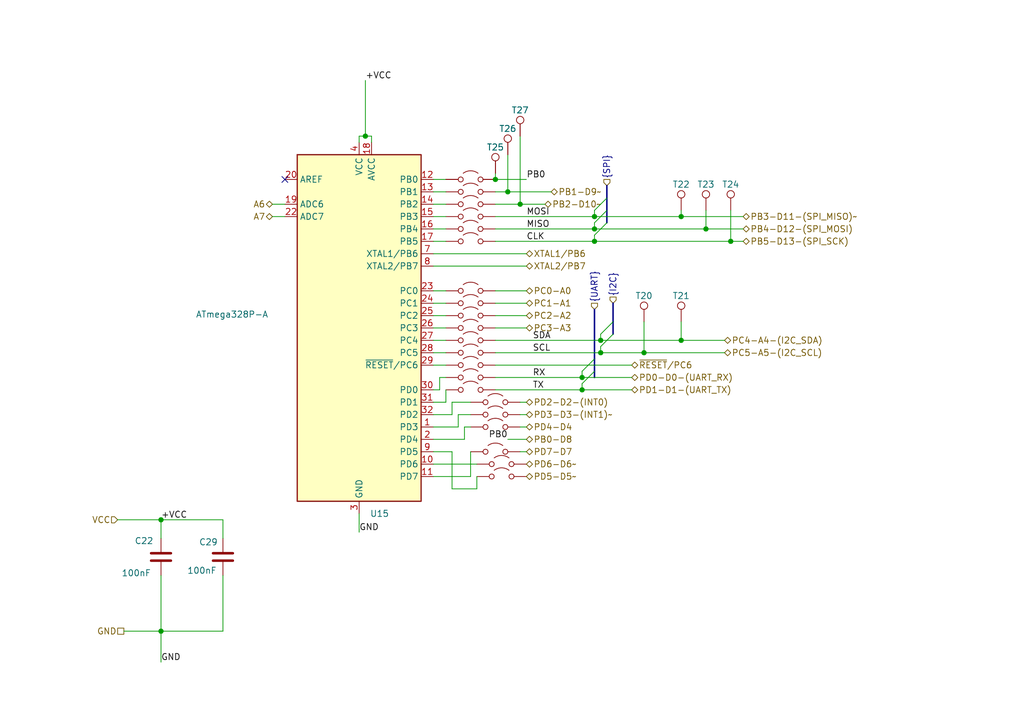
<source format=kicad_sch>
(kicad_sch (version 20231120) (generator "eeschema") (generator_version "8.0")
  (paper "A5")
  (title_block (title "MCU interfaces") (date "2024-04-17") (rev "1.0"))
  (lib_symbols
    (symbol "Connector:TestPoint" (pin_numbers hide) (pin_names (offset 0.762) hide)
      (property "Reference" "TP" (at 0 6.858 0))
      (property "Value" "TestPoint" (at 0 5.08 0))
      (symbol "TestPoint_0_1"
        (circle (center 0 3.302) (radius 0.762))
      )
      (symbol "TestPoint_1_1"
        (pin passive line (at 0 0 90) (length 2.54) (name "1") (number "1"))
      )
    )
    (symbol "Device:C" (pin_numbers hide) (pin_names (offset 0.254))
      (property "Reference" "C" (at 0.635 2.54 0))
      (property "Value" "C" (at 0.635 -2.54 0))
      (symbol "C_0_1"
        (polyline (pts (xy -2.032 -0.762) (xy 2.032 -0.762)) (stroke (width 0.508)))
        (polyline (pts (xy -2.032 0.762) (xy 2.032 0.762)) (stroke (width 0.508)))
      )
      (symbol "C_1_1"
        (pin passive line (at 0 3.81 270) (length 2.794) (name "~") (number "1"))
        (pin passive line (at 0 -3.81 90) (length 2.794) (name "~") (number "2"))
      )
    )
    (symbol "Jumper:Jumper_2_Open" (pin_numbers hide) (pin_names (offset 0) hide) (exclude_from_sim yes)
      (property "Reference" "JP" (at 0 2.794 0))
      (property "Value" "Jumper_2_Open" (at 0 -2.286 0))
      (symbol "Jumper_2_Open_0_0"
        (circle (center -2.032 0) (radius 0.508))
        (circle (center 2.032 0) (radius 0.508))
      )
      (symbol "Jumper_2_Open_0_1"
        (arc (start 1.524 1.27) (mid 0 1.778) (end -1.524 1.27))
      )
      (symbol "Jumper_2_Open_1_1"
        (pin passive line (at -5.08 0 0) (length 2.54) (name "A") (number "1"))
        (pin passive line (at 5.08 0 180) (length 2.54) (name "B") (number "2"))
      )
    )
    (symbol "MCU_Microchip_ATmega:ATmega328P-A"
      (property "Reference" "U" (at -12.7 36.83 0))
      (property "Value" "ATmega328P-A" (at 2.54 -36.83 0))
      (symbol "ATmega328P-A_0_1"
        (rectangle (start -12.7 -35.56) (end 12.7 35.56) (stroke (width 0.254)) (fill (type background)))
      )
      (symbol "ATmega328P-A_1_1"
        (pin bidirectional line (at 15.24 -20.32 180) (length 2.54) (name "PD3") (number "1"))
        (pin bidirectional line (at 15.24 -27.94 180) (length 2.54) (name "PD6") (number "10"))
        (pin bidirectional line (at 15.24 -30.48 180) (length 2.54) (name "PD7") (number "11"))
        (pin bidirectional line (at 15.24 30.48 180) (length 2.54) (name "PB0") (number "12"))
        (pin bidirectional line (at 15.24 27.94 180) (length 2.54) (name "PB1") (number "13"))
        (pin bidirectional line (at 15.24 25.4 180) (length 2.54) (name "PB2") (number "14"))
        (pin bidirectional line (at 15.24 22.86 180) (length 2.54) (name "PB3") (number "15"))
        (pin bidirectional line (at 15.24 20.32 180) (length 2.54) (name "PB4") (number "16"))
        (pin bidirectional line (at 15.24 17.78 180) (length 2.54) (name "PB5") (number "17"))
        (pin power_in line (at 2.54 38.1 270) (length 2.54) (name "AVCC") (number "18"))
        (pin input line (at -15.24 25.4 0) (length 2.54) (name "ADC6") (number "19"))
        (pin bidirectional line (at 15.24 -22.86 180) (length 2.54) (name "PD4") (number "2"))
        (pin passive line (at -15.24 30.48 0) (length 2.54) (name "AREF") (number "20"))
        (pin passive line (at 0 -38.1 90) (length 2.54) hide (name "GND") (number "21"))
        (pin input line (at -15.24 22.86 0) (length 2.54) (name "ADC7") (number "22"))
        (pin bidirectional line (at 15.24 7.62 180) (length 2.54) (name "PC0") (number "23"))
        (pin bidirectional line (at 15.24 5.08 180) (length 2.54) (name "PC1") (number "24"))
        (pin bidirectional line (at 15.24 2.54 180) (length 2.54) (name "PC2") (number "25"))
        (pin bidirectional line (at 15.24 0 180) (length 2.54) (name "PC3") (number "26"))
        (pin bidirectional line (at 15.24 -2.54 180) (length 2.54) (name "PC4") (number "27"))
        (pin bidirectional line (at 15.24 -5.08 180) (length 2.54) (name "PC5") (number "28"))
        (pin bidirectional line (at 15.24 -7.62 180) (length 2.54) (name "~{RESET}/PC6") (number "29"))
        (pin power_in line (at 0 -38.1 90) (length 2.54) (name "GND") (number "3"))
        (pin bidirectional line (at 15.24 -12.7 180) (length 2.54) (name "PD0") (number "30"))
        (pin bidirectional line (at 15.24 -15.24 180) (length 2.54) (name "PD1") (number "31"))
        (pin bidirectional line (at 15.24 -17.78 180) (length 2.54) (name "PD2") (number "32"))
        (pin power_in line (at 0 38.1 270) (length 2.54) (name "VCC") (number "4"))
        (pin passive line (at 0 -38.1 90) (length 2.54) hide (name "GND") (number "5"))
        (pin passive line (at 0 38.1 270) (length 2.54) hide (name "VCC") (number "6"))
        (pin bidirectional line (at 15.24 15.24 180) (length 2.54) (name "XTAL1/PB6") (number "7"))
        (pin bidirectional line (at 15.24 12.7 180) (length 2.54) (name "XTAL2/PB7") (number "8"))
        (pin bidirectional line (at 15.24 -25.4 180) (length 2.54) (name "PD5") (number "9"))
      )
    )
  )
  (junction (at 139.7 44.45))
  (junction (at 33.02 106.68))
  (junction (at 121.92 44.45))
  (junction (at 74.93 27.94))
  (junction (at 132.08 72.39))
  (junction (at 121.92 49.53))
  (junction (at 119.38 80.01))
  (junction (at 121.92 46.99))
  (junction (at 33.02 129.54))
  (junction (at 104.14 39.37))
  (junction (at 149.86 49.53))
  (junction (at 119.38 77.47))
  (junction (at 106.68 41.91))
  (junction (at 144.78 46.99))
  (junction (at 123.19 72.39))
  (junction (at 139.7 69.85))
  (junction (at 101.6 36.83))
  (junction (at 123.19 69.85))
  (no_connect (at 58.42 36.83))
  (bus_entry (at 121.92 45.72) (size 2.54 -2.54))
  (bus_entry (at 123.19 68.58) (size 2.54 -2.54))
  (bus_entry (at 121.92 48.26) (size 2.54 -2.54))
  (bus_entry (at 121.92 43.18) (size 2.54 -2.54))
  (bus_entry (at 123.19 71.12) (size 2.54 -2.54))
  (bus_entry (at 121.92 76.2) (size -2.54 2.54))
  (bus_entry (at 121.92 73.66) (size -2.54 2.54))
  (wire (pts (xy 106.68 92.71) (xy 107.95 92.71)))
  (wire (pts (xy 139.7 69.85) (xy 148.59 69.85)))
  (wire (pts (xy 88.9 44.45) (xy 91.44 44.45)))
  (wire (pts (xy 123.19 72.39) (xy 132.08 72.39)))
  (wire (pts (xy 88.9 59.69) (xy 91.44 59.69)))
  (wire (pts (xy 88.9 41.91) (xy 91.44 41.91)))
  (wire (pts (xy 139.7 66.04) (xy 139.7 69.85)))
  (wire (pts (xy 101.6 62.23) (xy 107.95 62.23)))
  (wire (pts (xy 104.14 90.17) (xy 107.95 90.17)))
  (wire (pts (xy 88.9 97.79) (xy 96.52 97.79)))
  (wire (pts (xy 25.4 129.54) (xy 33.02 129.54)))
  (wire (pts (xy 101.6 80.01) (xy 119.38 80.01)))
  (wire (pts (xy 92.71 92.71) (xy 92.71 100.33)))
  (wire (pts (xy 92.71 100.33) (xy 97.79 100.33)))
  (wire (pts (xy 76.2 27.94) (xy 76.2 29.21)))
  (wire (pts (xy 149.86 43.18) (xy 149.86 49.53)))
  (bus (pts (xy 125.73 66.04) (xy 125.73 68.58)))
  (wire (pts (xy 88.9 95.25) (xy 97.79 95.25)))
  (wire (pts (xy 88.9 54.61) (xy 107.95 54.61)))
  (wire (pts (xy 88.9 72.39) (xy 91.44 72.39)))
  (wire (pts (xy 55.88 41.91) (xy 58.42 41.91)))
  (wire (pts (xy 101.6 49.53) (xy 121.92 49.53)))
  (wire (pts (xy 97.79 97.79) (xy 97.79 100.33)))
  (wire (pts (xy 101.6 69.85) (xy 123.19 69.85)))
  (wire (pts (xy 101.6 74.93) (xy 129.54 74.93)))
  (wire (pts (xy 88.9 39.37) (xy 91.44 39.37)))
  (wire (pts (xy 45.72 106.68) (xy 33.02 106.68)))
  (wire (pts (xy 88.9 92.71) (xy 92.71 92.71)))
  (wire (pts (xy 73.66 27.94) (xy 74.93 27.94)))
  (wire (pts (xy 139.7 44.45) (xy 152.4 44.45)))
  (wire (pts (xy 104.14 39.37) (xy 113.03 39.37)))
  (wire (pts (xy 45.72 118.11) (xy 45.72 129.54)))
  (wire (pts (xy 106.68 41.91) (xy 111.76 41.91)))
  (wire (pts (xy 90.17 77.47) (xy 91.44 77.47)))
  (wire (pts (xy 93.98 85.09) (xy 96.52 85.09)))
  (wire (pts (xy 88.9 90.17) (xy 95.25 90.17)))
  (wire (pts (xy 88.9 46.99) (xy 91.44 46.99)))
  (wire (pts (xy 101.6 67.31) (xy 107.95 67.31)))
  (wire (pts (xy 95.25 90.17) (xy 95.25 87.63)))
  (wire (pts (xy 101.6 77.47) (xy 119.38 77.47)))
  (wire (pts (xy 88.9 85.09) (xy 92.71 85.09)))
  (wire (pts (xy 121.92 49.53) (xy 149.86 49.53)))
  (wire (pts (xy 101.6 44.45) (xy 121.92 44.45)))
  (wire (pts (xy 88.9 36.83) (xy 91.44 36.83)))
  (wire (pts (xy 119.38 78.74) (xy 119.38 80.01)))
  (wire (pts (xy 73.66 109.22) (xy 73.66 105.41)))
  (bus (pts (xy 121.92 63.5) (xy 121.92 73.66)))
  (wire (pts (xy 101.6 41.91) (xy 106.68 41.91)))
  (wire (pts (xy 33.02 129.54) (xy 33.02 135.89)))
  (wire (pts (xy 88.9 67.31) (xy 91.44 67.31)))
  (wire (pts (xy 96.52 97.79) (xy 96.52 92.71)))
  (wire (pts (xy 33.02 106.68) (xy 33.02 110.49)))
  (wire (pts (xy 33.02 118.11) (xy 33.02 129.54)))
  (wire (pts (xy 95.25 87.63) (xy 96.52 87.63)))
  (wire (pts (xy 119.38 80.01) (xy 129.54 80.01)))
  (wire (pts (xy 121.92 46.99) (xy 144.78 46.99)))
  (wire (pts (xy 88.9 74.93) (xy 91.44 74.93)))
  (bus (pts (xy 121.92 76.2) (xy 121.92 77.47)))
  (wire (pts (xy 101.6 35.56) (xy 101.6 36.83)))
  (wire (pts (xy 88.9 69.85) (xy 91.44 69.85)))
  (wire (pts (xy 88.9 64.77) (xy 91.44 64.77)))
  (wire (pts (xy 104.14 31.75) (xy 104.14 39.37)))
  (wire (pts (xy 121.92 44.45) (xy 139.7 44.45)))
  (wire (pts (xy 88.9 80.01) (xy 90.17 80.01)))
  (wire (pts (xy 74.93 27.94) (xy 76.2 27.94)))
  (wire (pts (xy 132.08 72.39) (xy 148.59 72.39)))
  (wire (pts (xy 106.68 27.94) (xy 106.68 41.91)))
  (wire (pts (xy 92.71 85.09) (xy 92.71 82.55)))
  (wire (pts (xy 55.88 44.45) (xy 58.42 44.45)))
  (wire (pts (xy 92.71 82.55) (xy 96.52 82.55)))
  (bus (pts (xy 124.46 40.64) (xy 124.46 43.18)))
  (wire (pts (xy 73.66 27.94) (xy 73.66 29.21)))
  (wire (pts (xy 90.17 80.01) (xy 90.17 77.47)))
  (bus (pts (xy 124.46 43.18) (xy 124.46 45.72)))
  (bus (pts (xy 125.73 62.23) (xy 125.73 66.04)))
  (wire (pts (xy 101.6 59.69) (xy 107.95 59.69)))
  (wire (pts (xy 123.19 69.85) (xy 139.7 69.85)))
  (wire (pts (xy 88.9 87.63) (xy 93.98 87.63)))
  (wire (pts (xy 144.78 46.99) (xy 152.4 46.99)))
  (wire (pts (xy 101.6 46.99) (xy 121.92 46.99)))
  (wire (pts (xy 93.98 87.63) (xy 93.98 85.09)))
  (wire (pts (xy 139.7 43.18) (xy 139.7 44.45)))
  (wire (pts (xy 121.92 45.72) (xy 121.92 46.99)))
  (wire (pts (xy 101.6 72.39) (xy 123.19 72.39)))
  (wire (pts (xy 121.92 43.18) (xy 121.92 44.45)))
  (wire (pts (xy 121.92 48.26) (xy 121.92 49.53)))
  (wire (pts (xy 144.78 43.18) (xy 144.78 46.99)))
  (wire (pts (xy 149.86 49.53) (xy 152.4 49.53)))
  (wire (pts (xy 106.68 82.55) (xy 107.95 82.55)))
  (wire (pts (xy 88.9 52.07) (xy 107.95 52.07)))
  (wire (pts (xy 74.93 16.51) (xy 74.93 27.94)))
  (bus (pts (xy 124.46 38.1) (xy 124.46 40.64)))
  (wire (pts (xy 88.9 62.23) (xy 91.44 62.23)))
  (bus (pts (xy 121.92 73.66) (xy 121.92 76.2)))
  (wire (pts (xy 101.6 64.77) (xy 107.95 64.77)))
  (wire (pts (xy 88.9 49.53) (xy 91.44 49.53)))
  (wire (pts (xy 45.72 129.54) (xy 33.02 129.54)))
  (wire (pts (xy 24.13 106.68) (xy 33.02 106.68)))
  (wire (pts (xy 101.6 39.37) (xy 104.14 39.37)))
  (wire (pts (xy 106.68 87.63) (xy 107.95 87.63)))
  (wire (pts (xy 91.44 82.55) (xy 91.44 80.01)))
  (wire (pts (xy 123.19 68.58) (xy 123.19 69.85)))
  (wire (pts (xy 132.08 66.04) (xy 132.08 72.39)))
  (wire (pts (xy 101.6 36.83) (xy 107.95 36.83)))
  (wire (pts (xy 123.19 71.12) (xy 123.19 72.39)))
  (wire (pts (xy 45.72 110.49) (xy 45.72 106.68)))
  (wire (pts (xy 119.38 77.47) (xy 129.54 77.47)))
  (wire (pts (xy 119.38 76.2) (xy 119.38 77.47)))
  (wire (pts (xy 106.68 85.09) (xy 107.95 85.09)))
  (wire (pts (xy 88.9 82.55) (xy 91.44 82.55)))
  (label "SCL" (at 109.22 72.39 0))
  (label "PB0" (at 104.14 90.17 180))
  (label "RX" (at 109.22 77.47 0))
  (label "MISO" (at 107.95 46.99 0))
  (label "GND" (at 33.02 135.89 0))
  (label "MOSI" (at 107.95 44.45 0))
  (label "CLK" (at 107.95 49.53 0))
  (label "SDA" (at 109.22 69.85 0))
  (label "+VCC" (at 74.93 16.51 0))
  (label "PB0" (at 107.95 36.83 0))
  (label "TX" (at 109.22 80.01 0))
  (label "+VCC" (at 33.02 106.68 0))
  (label "GND" (at 73.66 109.22 0))
  (hierarchical_label "PB0-D8" (shape bidirectional) (at 107.95 90.17 0))
  (hierarchical_label "GND" (shape passive) (at 25.4 129.54 180))
  (hierarchical_label "PC4-A4-(I2C_SDA)" (shape bidirectional) (at 148.59 69.85 0))
  (hierarchical_label "PC1-A1" (shape bidirectional) (at 107.95 62.23 0))
  (hierarchical_label "PB1-D9~" (shape bidirectional) (at 113.03 39.37 0))
  (hierarchical_label "PD5-D5~" (shape bidirectional) (at 107.95 97.79 0))
  (hierarchical_label "PC2-A2" (shape bidirectional) (at 107.95 64.77 0))
  (hierarchical_label "PD0-D0-(UART_RX)" (shape bidirectional) (at 129.54 77.47 0))
  (hierarchical_label "{SPI}" (shape input) (at 124.46 38.1 90))
  (hierarchical_label "PC5-A5-(I2C_SCL)" (shape bidirectional) (at 148.59 72.39 0))
  (hierarchical_label "PB4-D12-(SPI_MOSI)" (shape bidirectional) (at 152.4 46.99 0))
  (hierarchical_label "PC3-A3" (shape bidirectional) (at 107.95 67.31 0))
  (hierarchical_label "XTAL1/PB6" (shape bidirectional) (at 107.95 52.07 0))
  (hierarchical_label "PB2-D10~" (shape bidirectional) (at 111.76 41.91 0))
  (hierarchical_label "A7" (shape bidirectional) (at 55.88 44.45 180))
  (hierarchical_label "PB5-D13-(SPI_SCK)" (shape bidirectional) (at 152.4 49.53 0))
  (hierarchical_label "PD6-D6~" (shape bidirectional) (at 107.95 95.25 0))
  (hierarchical_label "A6" (shape bidirectional) (at 55.88 41.91 180))
  (hierarchical_label "PD2-D2-(INT0)" (shape bidirectional) (at 107.95 82.55 0))
  (hierarchical_label "PC0-A0" (shape bidirectional) (at 107.95 59.69 0))
  (hierarchical_label "{UART}" (shape input) (at 121.92 63.5 90))
  (hierarchical_label "PD7-D7" (shape bidirectional) (at 107.95 92.71 0))
  (hierarchical_label "PD4-D4" (shape bidirectional) (at 107.95 87.63 0))
  (hierarchical_label "PD1-D1-(UART_TX)" (shape bidirectional) (at 129.54 80.01 0))
  (hierarchical_label "PD3-D3-(INT1)~" (shape bidirectional) (at 107.95 85.09 0))
  (hierarchical_label "XTAL2/PB7" (shape bidirectional) (at 107.95 54.61 0))
  (hierarchical_label "PB3-D11-(SPI_MISO)~" (shape bidirectional) (at 152.4 44.45 0))
  (hierarchical_label "~{RESET}/PC6" (shape bidirectional) (at 129.54 74.93 0))
  (hierarchical_label "{I2C}" (shape input) (at 125.73 62.23 90))
  (hierarchical_label "VCC" (shape input) (at 24.13 106.68 180))
  (symbol (lib_id "Jumper:Jumper_2_Open") (at 101.6 87.63 0) (unit 1) (exclude_from_sim yes)
    (property "Reference" "JP25" (effects (hide yes)))
    (property "Value" "Jumper_2_Open" (effects (hide yes)))
    (property "Footprint" "Connector_PinHeader_1.27mm:PinHeader_1x02_P1.27mm_Vertical" (effects (hide yes)))
    (property "Description" "Jumper, 2-pole, open" (effects (hide yes)))
  )
  (symbol (lib_id "Jumper:Jumper_2_Open") (at 96.52 41.91 0) (unit 1) (exclude_from_sim yes)
    (property "Reference" "JP10" (effects (hide yes)))
    (property "Value" "Jumper_2_Open" (effects (hide yes)))
    (property "Footprint" "Connector_PinHeader_1.27mm:PinHeader_1x02_P1.27mm_Vertical" (effects (hide yes)))
    (property "Description" "Jumper, 2-pole, open" (effects (hide yes)))
  )
  (symbol (lib_id "Jumper:Jumper_2_Open") (at 96.52 69.85 0) (unit 1) (exclude_from_sim yes)
    (property "Reference" "JP18" (effects (hide yes)))
    (property "Value" "Jumper_2_Open" (effects (hide yes)))
    (property "Footprint" "Connector_PinHeader_1.27mm:PinHeader_1x02_P1.27mm_Vertical" (effects (hide yes)))
    (property "Description" "Jumper, 2-pole, open" (effects (hide yes)))
  )
  (symbol (lib_id "Jumper:Jumper_2_Open") (at 96.52 44.45 0) (unit 1) (exclude_from_sim yes)
    (property "Reference" "JP11" (effects (hide yes)))
    (property "Value" "Jumper_2_Open" (effects (hide yes)))
    (property "Footprint" "Connector_PinHeader_1.27mm:PinHeader_1x02_P1.27mm_Vertical" (effects (hide yes)))
    (property "Description" "Jumper, 2-pole, open" (effects (hide yes)))
  )
  (symbol (lib_id "Jumper:Jumper_2_Open") (at 96.52 74.93 0) (unit 1) (exclude_from_sim yes)
    (property "Reference" "JP20" (effects (hide yes)))
    (property "Value" "Jumper_2_Open" (effects (hide yes)))
    (property "Footprint" "Connector_PinHeader_1.27mm:PinHeader_1x02_P1.27mm_Vertical" (effects (hide yes)))
    (property "Description" "Jumper, 2-pole, open" (effects (hide yes)))
  )
  (symbol (lib_id "Jumper:Jumper_2_Open") (at 96.52 72.39 0) (unit 1) (exclude_from_sim yes)
    (property "Reference" "JP19" (effects (hide yes)))
    (property "Value" "Jumper_2_Open" (effects (hide yes)))
    (property "Footprint" "Connector_PinHeader_1.27mm:PinHeader_1x02_P1.27mm_Vertical" (effects (hide yes)))
    (property "Description" "Jumper, 2-pole, open" (effects (hide yes)))
  )
  (symbol (lib_id "Jumper:Jumper_2_Open") (at 96.52 39.37 0) (unit 1) (exclude_from_sim yes)
    (property "Reference" "JP9" (effects (hide yes)))
    (property "Value" "Jumper_2_Open" (effects (hide yes)))
    (property "Footprint" "Connector_PinHeader_1.27mm:PinHeader_1x02_P1.27mm_Vertical" (effects (hide yes)))
    (property "Description" "Jumper, 2-pole, open" (effects (hide yes)))
  )
  (symbol (lib_id "Connector:TestPoint") (at 139.7 43.18 0) (unit 1)
    (property "Reference" "T22" (at 139.7 37.846 0))
    (property "Value" "TP" (effects (hide yes)))
    (property "Footprint" "TestPoint:TestPoint_Pad_D1.0mm" (effects (hide yes)))
    (property "Description" "test point" (effects (hide yes)))
  )
  (symbol (lib_id "Jumper:Jumper_2_Open") (at 102.87 97.79 0) (unit 1) (exclude_from_sim yes)
    (property "Reference" "JP28" (effects (hide yes)))
    (property "Value" "Jumper_2_Open" (effects (hide yes)))
    (property "Footprint" "Connector_PinHeader_1.27mm:PinHeader_1x02_P1.27mm_Vertical" (effects (hide yes)))
    (property "Description" "Jumper, 2-pole, open" (effects (hide yes)))
  )
  (symbol (lib_id "Connector:TestPoint") (at 104.14 31.75 0) (unit 1)
    (property "Reference" "T26" (at 104.14 26.416 0))
    (property "Value" "TP" (effects (hide yes)))
    (property "Footprint" "TestPoint:TestPoint_Pad_D1.0mm" (effects (hide yes)))
    (property "Description" "test point" (effects (hide yes)))
  )
  (symbol (lib_id "Jumper:Jumper_2_Open") (at 102.87 95.25 0) (unit 1) (exclude_from_sim yes)
    (property "Reference" "JP27" (effects (hide yes)))
    (property "Value" "Jumper_2_Open" (effects (hide yes)))
    (property "Footprint" "Connector_PinHeader_1.27mm:PinHeader_1x02_P1.27mm_Vertical" (effects (hide yes)))
    (property "Description" "Jumper, 2-pole, open" (effects (hide yes)))
  )
  (symbol (lib_id "Connector:TestPoint") (at 139.7 66.04 0) (unit 1)
    (property "Reference" "T21" (at 139.7 60.706 0))
    (property "Value" "TP" (effects (hide yes)))
    (property "Footprint" "TestPoint:TestPoint_Pad_D1.0mm" (effects (hide yes)))
    (property "Description" "test point" (effects (hide yes)))
  )
  (symbol (lib_id "Jumper:Jumper_2_Open") (at 96.52 36.83 0) (unit 1) (exclude_from_sim yes)
    (property "Reference" "JP2" (effects (hide yes)))
    (property "Value" "Jumper_2_Open" (effects (hide yes)))
    (property "Footprint" "Connector_PinHeader_1.27mm:PinHeader_1x02_P1.27mm_Vertical" (effects (hide yes)))
    (property "Description" "Jumper, 2-pole, open" (effects (hide yes)))
  )
  (symbol (lib_id "Connector:TestPoint") (at 106.68 27.94 0) (unit 1)
    (property "Reference" "T27" (at 106.68 22.606 0))
    (property "Value" "TP" (effects (hide yes)))
    (property "Footprint" "TestPoint:TestPoint_Pad_D1.0mm" (effects (hide yes)))
    (property "Description" "test point" (effects (hide yes)))
  )
  (symbol (lib_id "Jumper:Jumper_2_Open") (at 96.52 80.01 0) (unit 1) (exclude_from_sim yes)
    (property "Reference" "JP22" (effects (hide yes)))
    (property "Value" "Jumper_2_Open" (effects (hide yes)))
    (property "Footprint" "Connector_PinHeader_1.27mm:PinHeader_1x02_P1.27mm_Vertical" (effects (hide yes)))
    (property "Description" "Jumper, 2-pole, open" (effects (hide yes)))
  )
  (symbol (lib_id "MCU_Microchip_ATmega:ATmega328P-A") (at 73.66 67.31 0) (unit 1)
    (property "Reference" "U15" (at 75.8541 105.41 0) (effects (justify left)))
    (property "Value" "ATmega328P-A" (at 40.132 64.516 0) (effects (justify left)))
    (property "Footprint" "Package_QFP:TQFP-32_7x7mm_P0.8mm" (effects (hide yes)))
    (property "Datasheet" "http://ww1.microchip.com/downloads/en/DeviceDoc/ATmega328_P%20AVR%20MCU%20with%20picoPower%20Technology%20Data%20Sheet%2040001984A.pdf" (effects (hide yes)))
    (property "Description" "20MHz, 32kB Flash, 2kB SRAM, 1kB EEPROM, TQFP-32" (effects (hide yes)))
  )
  (symbol (lib_id "Jumper:Jumper_2_Open") (at 96.52 62.23 0) (unit 1) (exclude_from_sim yes)
    (property "Reference" "JP15" (effects (hide yes)))
    (property "Value" "Jumper_2_Open" (effects (hide yes)))
    (property "Footprint" "Connector_PinHeader_1.27mm:PinHeader_1x02_P1.27mm_Vertical" (effects (hide yes)))
    (property "Description" "Jumper, 2-pole, open" (effects (hide yes)))
  )
  (symbol (lib_id "Jumper:Jumper_2_Open") (at 96.52 46.99 0) (unit 1) (exclude_from_sim yes)
    (property "Reference" "JP12" (effects (hide yes)))
    (property "Value" "Jumper_2_Open" (effects (hide yes)))
    (property "Footprint" "Connector_PinHeader_1.27mm:PinHeader_1x02_P1.27mm_Vertical" (effects (hide yes)))
    (property "Description" "Jumper, 2-pole, open" (effects (hide yes)))
  )
  (symbol (lib_id "Connector:TestPoint") (at 132.08 66.04 0) (unit 1)
    (property "Reference" "T20" (at 132.08 60.706 0))
    (property "Value" "TP" (effects (hide yes)))
    (property "Footprint" "TestPoint:TestPoint_Pad_D1.0mm" (effects (hide yes)))
    (property "Description" "test point" (effects (hide yes)))
  )
  (symbol (lib_id "Jumper:Jumper_2_Open") (at 96.52 49.53 0) (unit 1) (exclude_from_sim yes)
    (property "Reference" "JP13" (effects (hide yes)))
    (property "Value" "Jumper_2_Open" (effects (hide yes)))
    (property "Footprint" "Connector_PinHeader_1.27mm:PinHeader_1x02_P1.27mm_Vertical" (effects (hide yes)))
    (property "Description" "Jumper, 2-pole, open" (effects (hide yes)))
  )
  (symbol (lib_id "Connector:TestPoint") (at 101.6 35.56 0) (unit 1)
    (property "Reference" "T25" (at 101.6 30.226 0))
    (property "Value" "TP" (effects (hide yes)))
    (property "Footprint" "TestPoint:TestPoint_Pad_D1.0mm" (effects (hide yes)))
    (property "Description" "test point" (effects (hide yes)))
  )
  (symbol (lib_id "Device:C") (at 45.72 114.3 180) (unit 1)
    (property "Reference" "C29" (at 44.704 111.252 0) (effects (justify left)))
    (property "Value" "100nF" (at 44.45 117.094 0) (effects (justify left)))
    (property "Footprint" "Capacitor_SMD:C_0603_1608Metric" (effects (hide yes)))
  )
  (symbol (lib_id "Jumper:Jumper_2_Open") (at 96.52 64.77 0) (unit 1) (exclude_from_sim yes)
    (property "Reference" "JP16" (effects (hide yes)))
    (property "Value" "Jumper_2_Open" (effects (hide yes)))
    (property "Footprint" "Connector_PinHeader_1.27mm:PinHeader_1x02_P1.27mm_Vertical" (effects (hide yes)))
    (property "Description" "Jumper, 2-pole, open" (effects (hide yes)))
  )
  (symbol (lib_id "Jumper:Jumper_2_Open") (at 101.6 92.71 0) (unit 1) (exclude_from_sim yes)
    (property "Reference" "JP26" (effects (hide yes)))
    (property "Value" "Jumper_2_Open" (effects (hide yes)))
    (property "Footprint" "Connector_PinHeader_1.27mm:PinHeader_1x02_P1.27mm_Vertical" (effects (hide yes)))
    (property "Description" "Jumper, 2-pole, open" (effects (hide yes)))
  )
  (symbol (lib_id "Jumper:Jumper_2_Open") (at 96.52 77.47 0) (unit 1) (exclude_from_sim yes)
    (property "Reference" "JP21" (effects (hide yes)))
    (property "Value" "Jumper_2_Open" (effects (hide yes)))
    (property "Footprint" "Connector_PinHeader_1.27mm:PinHeader_1x02_P1.27mm_Vertical" (effects (hide yes)))
    (property "Description" "Jumper, 2-pole, open" (effects (hide yes)))
  )
  (symbol (lib_id "Connector:TestPoint") (at 149.86 43.18 0) (unit 1)
    (property "Reference" "T24" (at 149.86 37.846 0))
    (property "Value" "TP" (effects (hide yes)))
    (property "Footprint" "TestPoint:TestPoint_Pad_D1.0mm" (effects (hide yes)))
    (property "Description" "test point" (effects (hide yes)))
  )
  (symbol (lib_id "Device:C") (at 33.02 114.3 180) (unit 1)
    (property "Reference" "C22" (at 31.496 110.998 0) (effects (justify left)))
    (property "Value" "100nF" (at 30.988 117.602 0) (effects (justify left)))
    (property "Footprint" "Capacitor_SMD:C_0603_1608Metric" (effects (hide yes)))
  )
  (symbol (lib_id "Jumper:Jumper_2_Open") (at 96.52 59.69 0) (unit 1) (exclude_from_sim yes)
    (property "Reference" "JP14" (effects (hide yes)))
    (property "Value" "Jumper_2_Open" (effects (hide yes)))
    (property "Footprint" "Connector_PinHeader_1.27mm:PinHeader_1x02_P1.27mm_Vertical" (effects (hide yes)))
    (property "Description" "Jumper, 2-pole, open" (effects (hide yes)))
  )
  (symbol (lib_id "Jumper:Jumper_2_Open") (at 96.52 67.31 0) (unit 1) (exclude_from_sim yes)
    (property "Reference" "JP17" (effects (hide yes)))
    (property "Value" "Jumper_2_Open" (effects (hide yes)))
    (property "Footprint" "Connector_PinHeader_1.27mm:PinHeader_1x02_P1.27mm_Vertical" (effects (hide yes)))
    (property "Description" "Jumper, 2-pole, open" (effects (hide yes)))
  )
  (symbol (lib_id "Connector:TestPoint") (at 144.78 43.18 0) (unit 1)
    (property "Reference" "T23" (at 144.78 37.846 0))
    (property "Value" "TP" (effects (hide yes)))
    (property "Footprint" "TestPoint:TestPoint_Pad_D1.0mm" (effects (hide yes)))
    (property "Description" "test point" (effects (hide yes)))
  )
  (symbol (lib_id "Jumper:Jumper_2_Open") (at 101.6 85.09 0) (unit 1) (exclude_from_sim yes)
    (property "Reference" "JP24" (effects (hide yes)))
    (property "Value" "Jumper_2_Open" (effects (hide yes)))
    (property "Footprint" "Connector_PinHeader_1.27mm:PinHeader_1x02_P1.27mm_Vertical" (effects (hide yes)))
    (property "Description" "Jumper, 2-pole, open" (effects (hide yes)))
  )
  (symbol (lib_id "Jumper:Jumper_2_Open") (at 101.6 82.55 0) (unit 1) (exclude_from_sim yes)
    (property "Reference" "JP23" (effects (hide yes)))
    (property "Value" "Jumper_2_Open" (effects (hide yes)))
    (property "Footprint" "Connector_PinHeader_1.27mm:PinHeader_1x02_P1.27mm_Vertical" (effects (hide yes)))
    (property "Description" "Jumper, 2-pole, open" (effects (hide yes)))
  )
)
</source>
